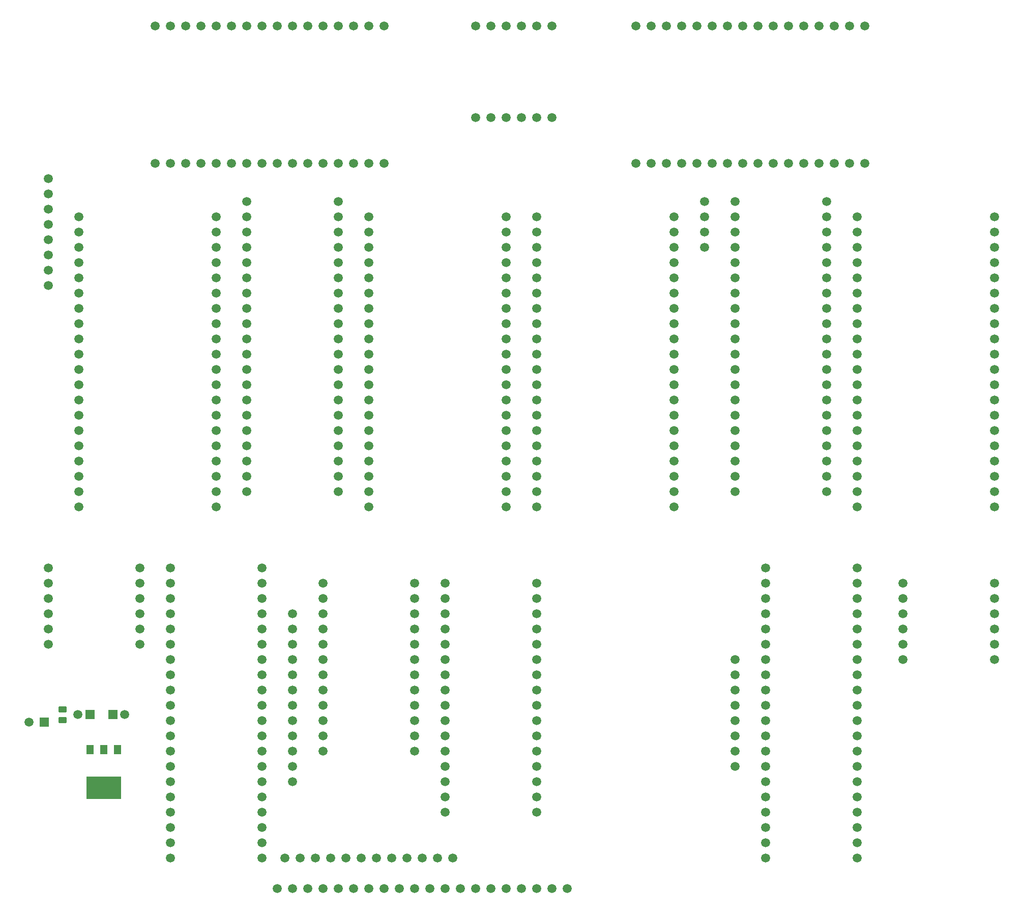
<source format=gts>
%TF.GenerationSoftware,KiCad,Pcbnew,9.0.2*%
%TF.CreationDate,2025-06-21T16:48:38+02:00*%
%TF.ProjectId,Coprocessor Board - Additional,436f7072-6f63-4657-9373-6f7220426f61,V0*%
%TF.SameCoordinates,Original*%
%TF.FileFunction,Soldermask,Top*%
%TF.FilePolarity,Negative*%
%FSLAX46Y46*%
G04 Gerber Fmt 4.6, Leading zero omitted, Abs format (unit mm)*
G04 Created by KiCad (PCBNEW 9.0.2) date 2025-06-21 16:48:38*
%MOMM*%
%LPD*%
G01*
G04 APERTURE LIST*
G04 Aperture macros list*
%AMRoundRect*
0 Rectangle with rounded corners*
0 $1 Rounding radius*
0 $2 $3 $4 $5 $6 $7 $8 $9 X,Y pos of 4 corners*
0 Add a 4 corners polygon primitive as box body*
4,1,4,$2,$3,$4,$5,$6,$7,$8,$9,$2,$3,0*
0 Add four circle primitives for the rounded corners*
1,1,$1+$1,$2,$3*
1,1,$1+$1,$4,$5*
1,1,$1+$1,$6,$7*
1,1,$1+$1,$8,$9*
0 Add four rect primitives between the rounded corners*
20,1,$1+$1,$2,$3,$4,$5,0*
20,1,$1+$1,$4,$5,$6,$7,0*
20,1,$1+$1,$6,$7,$8,$9,0*
20,1,$1+$1,$8,$9,$2,$3,0*%
G04 Aperture macros list end*
%ADD10C,1.500000*%
%ADD11R,1.500000X1.500000*%
%ADD12R,1.200000X1.500000*%
%ADD13R,5.842000X3.810000*%
%ADD14RoundRect,0.250000X0.450000X-0.262500X0.450000X0.262500X-0.450000X0.262500X-0.450000X-0.262500X0*%
G04 APERTURE END LIST*
D10*
%TO.C,B29*%
X60960000Y130810000D03*
X63500000Y130810000D03*
X66040000Y130810000D03*
X68580000Y130810000D03*
X71120000Y130810000D03*
X73660000Y130810000D03*
X76200000Y130810000D03*
X78740000Y130810000D03*
X81280000Y130810000D03*
X83820000Y130810000D03*
X86360000Y130810000D03*
X88900000Y130810000D03*
X91440000Y130810000D03*
X93980000Y130810000D03*
X96520000Y130810000D03*
X99060000Y130810000D03*
X99060000Y153670000D03*
X96520000Y153670000D03*
X93980000Y153670000D03*
X91440000Y153670000D03*
X88900000Y153670000D03*
X86360000Y153670000D03*
X83820000Y153670000D03*
X81280000Y153670000D03*
X78740000Y153670000D03*
X76200000Y153670000D03*
X73660000Y153670000D03*
X71120000Y153670000D03*
X68580000Y153670000D03*
X66040000Y153670000D03*
X63500000Y153670000D03*
X60960000Y153670000D03*
%TD*%
%TO.C,B27*%
X76200000Y124460000D03*
X76200000Y121920000D03*
X76200000Y119380000D03*
X76200000Y116840000D03*
X76200000Y114300000D03*
X76200000Y111760000D03*
X76200000Y109220000D03*
X76200000Y106680000D03*
X76200000Y104140000D03*
X76200000Y101600000D03*
X76200000Y99060000D03*
X76200000Y96520000D03*
X76200000Y93980000D03*
X76200000Y91440000D03*
X76200000Y88900000D03*
X76200000Y86360000D03*
X76200000Y83820000D03*
X76200000Y81280000D03*
X76200000Y78740000D03*
X76200000Y76200000D03*
X91440000Y76200000D03*
X91440000Y78740000D03*
X91440000Y81280000D03*
X91440000Y83820000D03*
X91440000Y86360000D03*
X91440000Y88900000D03*
X91440000Y91440000D03*
X91440000Y93980000D03*
X91440000Y96520000D03*
X91440000Y99060000D03*
X91440000Y101600000D03*
X91440000Y104140000D03*
X91440000Y106680000D03*
X91440000Y109220000D03*
X91440000Y111760000D03*
X91440000Y114300000D03*
X91440000Y116840000D03*
X91440000Y119380000D03*
X91440000Y121920000D03*
X91440000Y124460000D03*
%TD*%
D11*
%TO.C,C4*%
X50133000Y39105000D03*
D10*
X48133000Y39105000D03*
%TD*%
%TO.C,B24*%
X48260000Y121920000D03*
X48260000Y119380000D03*
X48260000Y116840000D03*
X48260000Y114300000D03*
X48260000Y111760000D03*
X48260000Y109220000D03*
X48260000Y106680000D03*
X48260000Y104140000D03*
X48260000Y101600000D03*
X48260000Y99060000D03*
X48260000Y96520000D03*
X48260000Y93980000D03*
X48260000Y91440000D03*
X48260000Y88900000D03*
X48260000Y86360000D03*
X48260000Y83820000D03*
X48260000Y81280000D03*
X48260000Y78740000D03*
X48260000Y76200000D03*
X48260000Y73660000D03*
X71120000Y73660000D03*
X71120000Y76200000D03*
X71120000Y78740000D03*
X71120000Y81280000D03*
X71120000Y83820000D03*
X71120000Y86360000D03*
X71120000Y88900000D03*
X71120000Y91440000D03*
X71120000Y93980000D03*
X71120000Y96520000D03*
X71120000Y99060000D03*
X71120000Y101600000D03*
X71120000Y104140000D03*
X71120000Y106680000D03*
X71120000Y109220000D03*
X71120000Y111760000D03*
X71120000Y114300000D03*
X71120000Y116840000D03*
X71120000Y119380000D03*
X71120000Y121920000D03*
%TD*%
D11*
%TO.C,LED1*%
X42513000Y37835000D03*
D10*
X39973000Y37835000D03*
%TD*%
%TO.C,B36*%
X185420000Y60960000D03*
X185420000Y58420000D03*
X185420000Y55880000D03*
X185420000Y53340000D03*
X185420000Y50800000D03*
X185420000Y48260000D03*
X200660000Y48260000D03*
X200660000Y50800000D03*
X200660000Y53340000D03*
X200660000Y55880000D03*
X200660000Y58420000D03*
X200660000Y60960000D03*
%TD*%
%TO.C,B28*%
X96520000Y121920000D03*
X96520000Y119380000D03*
X96520000Y116840000D03*
X96520000Y114300000D03*
X96520000Y111760000D03*
X96520000Y109220000D03*
X96520000Y106680000D03*
X96520000Y104140000D03*
X96520000Y101600000D03*
X96520000Y99060000D03*
X96520000Y96520000D03*
X96520000Y93980000D03*
X96520000Y91440000D03*
X96520000Y88900000D03*
X96520000Y86360000D03*
X96520000Y83820000D03*
X96520000Y81280000D03*
X96520000Y78740000D03*
X96520000Y76200000D03*
X96520000Y73660000D03*
X119380000Y73660000D03*
X119380000Y76200000D03*
X119380000Y78740000D03*
X119380000Y81280000D03*
X119380000Y83820000D03*
X119380000Y86360000D03*
X119380000Y88900000D03*
X119380000Y91440000D03*
X119380000Y93980000D03*
X119380000Y96520000D03*
X119380000Y99060000D03*
X119380000Y101600000D03*
X119380000Y104140000D03*
X119380000Y106680000D03*
X119380000Y109220000D03*
X119380000Y111760000D03*
X119380000Y114300000D03*
X119380000Y116840000D03*
X119380000Y119380000D03*
X119380000Y121920000D03*
%TD*%
%TO.C,B22*%
X177800000Y121920000D03*
X177800000Y119380000D03*
X177800000Y116840000D03*
X177800000Y114300000D03*
X177800000Y111760000D03*
X177800000Y109220000D03*
X177800000Y106680000D03*
X177800000Y104140000D03*
X177800000Y101600000D03*
X177800000Y99060000D03*
X177800000Y96520000D03*
X177800000Y93980000D03*
X177800000Y91440000D03*
X177800000Y88900000D03*
X177800000Y86360000D03*
X177800000Y83820000D03*
X177800000Y81280000D03*
X177800000Y78740000D03*
X177800000Y76200000D03*
X177800000Y73660000D03*
X200660000Y73660000D03*
X200660000Y76200000D03*
X200660000Y78740000D03*
X200660000Y81280000D03*
X200660000Y83820000D03*
X200660000Y86360000D03*
X200660000Y88900000D03*
X200660000Y91440000D03*
X200660000Y93980000D03*
X200660000Y96520000D03*
X200660000Y99060000D03*
X200660000Y101600000D03*
X200660000Y104140000D03*
X200660000Y106680000D03*
X200660000Y109220000D03*
X200660000Y111760000D03*
X200660000Y114300000D03*
X200660000Y116840000D03*
X200660000Y119380000D03*
X200660000Y121920000D03*
%TD*%
D11*
%TO.C,C3*%
X53943000Y39105000D03*
D10*
X55943000Y39105000D03*
%TD*%
%TO.C,B26*%
X63500000Y63500000D03*
X63500000Y60960000D03*
X63500000Y58420000D03*
X63500000Y55880000D03*
X63500000Y53340000D03*
X63500000Y50800000D03*
X63500000Y48260000D03*
X63500000Y45720000D03*
X63500000Y43180000D03*
X63500000Y40640000D03*
X63500000Y38100000D03*
X63500000Y35560000D03*
X63500000Y33020000D03*
X63500000Y30480000D03*
X63500000Y27940000D03*
X63500000Y25400000D03*
X63500000Y22860000D03*
X63500000Y20320000D03*
X63500000Y17780000D03*
X63500000Y15240000D03*
X78740000Y15240000D03*
X78740000Y17780000D03*
X78740000Y20320000D03*
X78740000Y22860000D03*
X78740000Y25400000D03*
X78740000Y27940000D03*
X78740000Y30480000D03*
X78740000Y33020000D03*
X78740000Y35560000D03*
X78740000Y38100000D03*
X78740000Y40640000D03*
X78740000Y43180000D03*
X78740000Y45720000D03*
X78740000Y48260000D03*
X78740000Y50800000D03*
X78740000Y53340000D03*
X78740000Y55880000D03*
X78740000Y58420000D03*
X78740000Y60960000D03*
X78740000Y63500000D03*
%TD*%
D12*
%TO.C,IC3*%
X54733000Y33288000D03*
X52433000Y33288000D03*
X50133000Y33288000D03*
D13*
X52433000Y26913000D03*
%TD*%
D10*
%TO.C,B23*%
X140970000Y130810000D03*
X143510000Y130810000D03*
X146050000Y130810000D03*
X148590000Y130810000D03*
X151130000Y130810000D03*
X153670000Y130810000D03*
X156210000Y130810000D03*
X158750000Y130810000D03*
X161290000Y130810000D03*
X163830000Y130810000D03*
X166370000Y130810000D03*
X168910000Y130810000D03*
X171450000Y130810000D03*
X173990000Y130810000D03*
X176530000Y130810000D03*
X179070000Y130810000D03*
X179070000Y153670000D03*
X176530000Y153670000D03*
X173990000Y153670000D03*
X171450000Y153670000D03*
X168910000Y153670000D03*
X166370000Y153670000D03*
X163830000Y153670000D03*
X161290000Y153670000D03*
X158750000Y153670000D03*
X156210000Y153670000D03*
X153670000Y153670000D03*
X151130000Y153670000D03*
X148590000Y153670000D03*
X146050000Y153670000D03*
X143510000Y153670000D03*
X140970000Y153670000D03*
%TD*%
%TO.C,B20*%
X162560000Y63500000D03*
X162560000Y60960000D03*
X162560000Y58420000D03*
X162560000Y55880000D03*
X162560000Y53340000D03*
X162560000Y50800000D03*
X162560000Y48260000D03*
X162560000Y45720000D03*
X162560000Y43180000D03*
X162560000Y40640000D03*
X162560000Y38100000D03*
X162560000Y35560000D03*
X162560000Y33020000D03*
X162560000Y30480000D03*
X162560000Y27940000D03*
X162560000Y25400000D03*
X162560000Y22860000D03*
X162560000Y20320000D03*
X162560000Y17780000D03*
X162560000Y15240000D03*
X177800000Y15240000D03*
X177800000Y17780000D03*
X177800000Y20320000D03*
X177800000Y22860000D03*
X177800000Y25400000D03*
X177800000Y27940000D03*
X177800000Y30480000D03*
X177800000Y33020000D03*
X177800000Y35560000D03*
X177800000Y38100000D03*
X177800000Y40640000D03*
X177800000Y43180000D03*
X177800000Y45720000D03*
X177800000Y48260000D03*
X177800000Y50800000D03*
X177800000Y53340000D03*
X177800000Y55880000D03*
X177800000Y58420000D03*
X177800000Y60960000D03*
X177800000Y63500000D03*
%TD*%
%TO.C,B35*%
X88900000Y60960000D03*
X88900000Y58420000D03*
X88900000Y55880000D03*
X88900000Y53340000D03*
X88900000Y50800000D03*
X88900000Y48260000D03*
X88900000Y45720000D03*
X88900000Y43180000D03*
X88900000Y40640000D03*
X88900000Y38100000D03*
X88900000Y35560000D03*
X88900000Y33020000D03*
X104140000Y33020000D03*
X104140000Y35560000D03*
X104140000Y38100000D03*
X104140000Y40640000D03*
X104140000Y43180000D03*
X104140000Y45720000D03*
X104140000Y48260000D03*
X104140000Y50800000D03*
X104140000Y53340000D03*
X104140000Y55880000D03*
X104140000Y58420000D03*
X104140000Y60960000D03*
%TD*%
%TO.C,B25*%
X114300000Y138430000D03*
X116840000Y138430000D03*
X119380000Y138430000D03*
X121920000Y138430000D03*
X124460000Y138430000D03*
X127000000Y138430000D03*
X127000000Y153670000D03*
X124460000Y153670000D03*
X121920000Y153670000D03*
X119380000Y153670000D03*
X116840000Y153670000D03*
X114300000Y153670000D03*
%TD*%
%TO.C,B30*%
X43180000Y63500000D03*
X43180000Y60960000D03*
X43180000Y58420000D03*
X43180000Y55880000D03*
X43180000Y53340000D03*
X43180000Y50800000D03*
X58420000Y50800000D03*
X58420000Y53340000D03*
X58420000Y55880000D03*
X58420000Y58420000D03*
X58420000Y60960000D03*
X58420000Y63500000D03*
%TD*%
D14*
%TO.C,R3*%
X45551000Y38192500D03*
X45551000Y40017500D03*
%TD*%
D10*
%TO.C,B38*%
X109220000Y60960000D03*
X109220000Y58420000D03*
X109220000Y55880000D03*
X109220000Y53340000D03*
X109220000Y50800000D03*
X109220000Y48260000D03*
X109220000Y45720000D03*
X109220000Y43180000D03*
X109220000Y40640000D03*
X109220000Y38100000D03*
X109220000Y35560000D03*
X109220000Y33020000D03*
X109220000Y30480000D03*
X109220000Y27940000D03*
X109220000Y25400000D03*
X109220000Y22860000D03*
X124460000Y22860000D03*
X124460000Y25400000D03*
X124460000Y27940000D03*
X124460000Y30480000D03*
X124460000Y33020000D03*
X124460000Y35560000D03*
X124460000Y38100000D03*
X124460000Y40640000D03*
X124460000Y43180000D03*
X124460000Y45720000D03*
X124460000Y48260000D03*
X124460000Y50800000D03*
X124460000Y53340000D03*
X124460000Y55880000D03*
X124460000Y58420000D03*
X124460000Y60960000D03*
%TD*%
%TO.C,B18*%
X124460000Y121920000D03*
X124460000Y119380000D03*
X124460000Y116840000D03*
X124460000Y114300000D03*
X124460000Y111760000D03*
X124460000Y109220000D03*
X124460000Y106680000D03*
X124460000Y104140000D03*
X124460000Y101600000D03*
X124460000Y99060000D03*
X124460000Y96520000D03*
X124460000Y93980000D03*
X124460000Y91440000D03*
X124460000Y88900000D03*
X124460000Y86360000D03*
X124460000Y83820000D03*
X124460000Y81280000D03*
X124460000Y78740000D03*
X124460000Y76200000D03*
X124460000Y73660000D03*
X147320000Y73660000D03*
X147320000Y76200000D03*
X147320000Y78740000D03*
X147320000Y81280000D03*
X147320000Y83820000D03*
X147320000Y86360000D03*
X147320000Y88900000D03*
X147320000Y91440000D03*
X147320000Y93980000D03*
X147320000Y96520000D03*
X147320000Y99060000D03*
X147320000Y101600000D03*
X147320000Y104140000D03*
X147320000Y106680000D03*
X147320000Y109220000D03*
X147320000Y111760000D03*
X147320000Y114300000D03*
X147320000Y116840000D03*
X147320000Y119380000D03*
X147320000Y121920000D03*
%TD*%
%TO.C,J9*%
X157480000Y48260000D03*
X157480000Y45720000D03*
X157480000Y43180000D03*
X157480000Y40640000D03*
X157480000Y38100000D03*
X157480000Y35560000D03*
X157480000Y33020000D03*
X157480000Y30480000D03*
%TD*%
%TO.C,J8*%
X110490000Y15240000D03*
X107950000Y15240000D03*
X105410000Y15240000D03*
X102870000Y15240000D03*
X100330000Y15240000D03*
X97790000Y15240000D03*
X95250000Y15240000D03*
X92710000Y15240000D03*
X90170000Y15240000D03*
X87630000Y15240000D03*
X85090000Y15240000D03*
X82550000Y15240000D03*
%TD*%
%TO.C,J10*%
X83820000Y55880000D03*
X83820000Y53340000D03*
X83820000Y50800000D03*
X83820000Y48260000D03*
X83820000Y45720000D03*
X83820000Y43180000D03*
X83820000Y40640000D03*
X83820000Y38100000D03*
X83820000Y35560000D03*
X83820000Y33020000D03*
X83820000Y30480000D03*
X83820000Y27940000D03*
%TD*%
%TO.C,J11*%
X129540000Y10160000D03*
X127000000Y10160000D03*
X124460000Y10160000D03*
X121920000Y10160000D03*
X119380000Y10160000D03*
X116840000Y10160000D03*
X114300000Y10160000D03*
X111760000Y10160000D03*
X109220000Y10160000D03*
X106680000Y10160000D03*
X104140000Y10160000D03*
X101600000Y10160000D03*
X99060000Y10160000D03*
X96520000Y10160000D03*
X93980000Y10160000D03*
X91440000Y10160000D03*
X88900000Y10160000D03*
X86360000Y10160000D03*
X83820000Y10160000D03*
X81280000Y10160000D03*
%TD*%
%TO.C,J12*%
X152400000Y124460000D03*
X152400000Y121920000D03*
X152400000Y119380000D03*
X152400000Y116840000D03*
%TD*%
%TO.C,J13*%
X43180000Y128270000D03*
X43180000Y125730000D03*
X43180000Y123190000D03*
X43180000Y120650000D03*
X43180000Y118110000D03*
X43180000Y115570000D03*
X43180000Y113030000D03*
X43180000Y110490000D03*
%TD*%
%TO.C,B21*%
X157480000Y124460000D03*
X157480000Y121920000D03*
X157480000Y119380000D03*
X157480000Y116840000D03*
X157480000Y114300000D03*
X157480000Y111760000D03*
X157480000Y109220000D03*
X157480000Y106680000D03*
X157480000Y104140000D03*
X157480000Y101600000D03*
X157480000Y99060000D03*
X157480000Y96520000D03*
X157480000Y93980000D03*
X157480000Y91440000D03*
X157480000Y88900000D03*
X157480000Y86360000D03*
X157480000Y83820000D03*
X157480000Y81280000D03*
X157480000Y78740000D03*
X157480000Y76200000D03*
X172720000Y76200000D03*
X172720000Y78740000D03*
X172720000Y81280000D03*
X172720000Y83820000D03*
X172720000Y86360000D03*
X172720000Y88900000D03*
X172720000Y91440000D03*
X172720000Y93980000D03*
X172720000Y96520000D03*
X172720000Y99060000D03*
X172720000Y101600000D03*
X172720000Y104140000D03*
X172720000Y106680000D03*
X172720000Y109220000D03*
X172720000Y111760000D03*
X172720000Y114300000D03*
X172720000Y116840000D03*
X172720000Y119380000D03*
X172720000Y121920000D03*
X172720000Y124460000D03*
%TD*%
M02*

</source>
